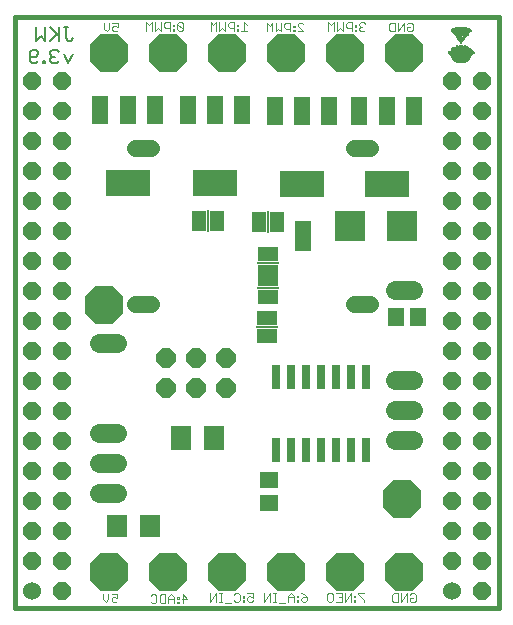
<source format=gbs>
G75*
%MOIN*%
%OFA0B0*%
%FSLAX24Y24*%
%IPPOS*%
%LPD*%
%AMOC8*
5,1,8,0,0,1.08239X$1,22.5*
%
%ADD10C,0.0160*%
%ADD11C,0.0030*%
%ADD12C,0.0060*%
%ADD13OC8,0.0640*%
%ADD14R,0.0520X0.0920*%
%ADD15R,0.1457X0.0906*%
%ADD16OC8,0.1290*%
%ADD17R,0.0670X0.0827*%
%ADD18R,0.0552X0.0631*%
%ADD19C,0.0600*%
%ADD20OC8,0.0600*%
%ADD21R,0.0540X0.1040*%
%ADD22R,0.0670X0.0749*%
%ADD23R,0.0300X0.0840*%
%ADD24R,0.0631X0.0552*%
%ADD25R,0.0500X0.0670*%
%ADD26R,0.0060X0.0720*%
%ADD27R,0.0670X0.0500*%
%ADD28R,0.0720X0.0060*%
%ADD29R,0.0312X0.0004*%
%ADD30R,0.0344X0.0004*%
%ADD31R,0.0368X0.0004*%
%ADD32R,0.0392X0.0004*%
%ADD33R,0.0408X0.0004*%
%ADD34R,0.0424X0.0004*%
%ADD35R,0.0432X0.0004*%
%ADD36R,0.0448X0.0004*%
%ADD37R,0.0456X0.0004*%
%ADD38R,0.0472X0.0004*%
%ADD39R,0.0480X0.0004*%
%ADD40R,0.0488X0.0004*%
%ADD41R,0.0496X0.0004*%
%ADD42R,0.0504X0.0004*%
%ADD43R,0.0512X0.0004*%
%ADD44R,0.0520X0.0004*%
%ADD45R,0.0528X0.0004*%
%ADD46R,0.0536X0.0004*%
%ADD47R,0.0536X0.0004*%
%ADD48R,0.0544X0.0004*%
%ADD49R,0.0552X0.0004*%
%ADD50R,0.0560X0.0004*%
%ADD51R,0.0560X0.0004*%
%ADD52R,0.0568X0.0004*%
%ADD53R,0.0576X0.0004*%
%ADD54R,0.0584X0.0004*%
%ADD55R,0.0592X0.0004*%
%ADD56R,0.0592X0.0004*%
%ADD57R,0.0600X0.0004*%
%ADD58R,0.0608X0.0004*%
%ADD59R,0.0608X0.0004*%
%ADD60R,0.0616X0.0004*%
%ADD61R,0.0624X0.0004*%
%ADD62R,0.0632X0.0004*%
%ADD63R,0.0632X0.0004*%
%ADD64R,0.0640X0.0004*%
%ADD65R,0.0648X0.0004*%
%ADD66R,0.0648X0.0004*%
%ADD67R,0.0656X0.0004*%
%ADD68R,0.0664X0.0004*%
%ADD69R,0.0664X0.0004*%
%ADD70R,0.0672X0.0004*%
%ADD71R,0.0680X0.0004*%
%ADD72R,0.0680X0.0004*%
%ADD73R,0.0688X0.0004*%
%ADD74R,0.0696X0.0004*%
%ADD75R,0.0700X0.0004*%
%ADD76R,0.0708X0.0004*%
%ADD77R,0.0716X0.0004*%
%ADD78R,0.0720X0.0004*%
%ADD79R,0.0720X0.0004*%
%ADD80R,0.0724X0.0004*%
%ADD81R,0.0808X0.0004*%
%ADD82R,0.0824X0.0004*%
%ADD83R,0.0832X0.0004*%
%ADD84R,0.0840X0.0004*%
%ADD85R,0.0848X0.0004*%
%ADD86R,0.0856X0.0004*%
%ADD87R,0.0860X0.0004*%
%ADD88R,0.0864X0.0004*%
%ADD89R,0.0864X0.0004*%
%ADD90R,0.0868X0.0004*%
%ADD91R,0.0872X0.0004*%
%ADD92R,0.0872X0.0004*%
%ADD93R,0.0860X0.0004*%
%ADD94R,0.0832X0.0004*%
%ADD95R,0.0824X0.0004*%
%ADD96R,0.0708X0.0004*%
%ADD97R,0.0712X0.0004*%
%ADD98R,0.0712X0.0004*%
%ADD99R,0.0700X0.0004*%
%ADD100R,0.0696X0.0004*%
%ADD101R,0.0692X0.0004*%
%ADD102R,0.0668X0.0004*%
%ADD103R,0.0660X0.0004*%
%ADD104R,0.0452X0.0004*%
%ADD105R,0.0188X0.0004*%
%ADD106R,0.0448X0.0004*%
%ADD107R,0.0440X0.0004*%
%ADD108R,0.0184X0.0004*%
%ADD109R,0.0432X0.0004*%
%ADD110R,0.0184X0.0004*%
%ADD111R,0.0424X0.0004*%
%ADD112R,0.0412X0.0004*%
%ADD113R,0.0128X0.0004*%
%ADD114R,0.0044X0.0004*%
%ADD115R,0.0400X0.0004*%
%ADD116R,0.0008X0.0004*%
%ADD117R,0.0388X0.0004*%
%ADD118R,0.0132X0.0004*%
%ADD119R,0.0360X0.0004*%
%ADD120R,0.0136X0.0004*%
%ADD121R,0.0340X0.0004*%
%ADD122R,0.0140X0.0004*%
%ADD123R,0.0328X0.0004*%
%ADD124R,0.0144X0.0004*%
%ADD125R,0.0324X0.0004*%
%ADD126R,0.0148X0.0004*%
%ADD127R,0.0320X0.0004*%
%ADD128R,0.0156X0.0004*%
%ADD129R,0.0316X0.0004*%
%ADD130R,0.0176X0.0004*%
%ADD131R,0.0080X0.0004*%
%ADD132R,0.0052X0.0004*%
%ADD133R,0.0380X0.0004*%
%ADD134R,0.0372X0.0004*%
%ADD135R,0.0356X0.0004*%
%ADD136R,0.0004X0.0004*%
%ADD137R,0.0308X0.0004*%
%ADD138R,0.0060X0.0004*%
%ADD139R,0.0240X0.0004*%
%ADD140R,0.0232X0.0004*%
%ADD141R,0.0044X0.0004*%
%ADD142R,0.0164X0.0004*%
%ADD143R,0.0056X0.0004*%
%ADD144R,0.0036X0.0004*%
%ADD145R,0.0156X0.0004*%
%ADD146R,0.0048X0.0004*%
%ADD147R,0.0024X0.0004*%
%ADD148R,0.0036X0.0004*%
%ADD149R,0.0016X0.0004*%
%ADD150R,0.0028X0.0004*%
%ADD151R,0.0012X0.0004*%
%ADD152R,0.0124X0.0004*%
%ADD153R,0.0108X0.0004*%
%ADD154R,0.0008X0.0004*%
%ADD155R,0.0092X0.0004*%
%ADD156R,0.0068X0.0004*%
%ADD157R,0.0008X0.0004*%
%ADD158R,0.0016X0.0004*%
%ADD159R,0.0024X0.0004*%
%ADD160R,0.0032X0.0004*%
%ADD161R,0.0032X0.0004*%
%ADD162R,0.0040X0.0004*%
%ADD163R,0.0056X0.0004*%
%ADD164R,0.0064X0.0004*%
%ADD165R,0.0072X0.0004*%
%ADD166R,0.0088X0.0004*%
%ADD167R,0.0096X0.0004*%
%ADD168R,0.0104X0.0004*%
%ADD169R,0.0112X0.0004*%
%ADD170R,0.0120X0.0004*%
%ADD171R,0.0124X0.0004*%
%ADD172R,0.0128X0.0004*%
%ADD173R,0.0144X0.0004*%
%ADD174R,0.0152X0.0004*%
%ADD175R,0.0152X0.0004*%
%ADD176R,0.0160X0.0004*%
%ADD177R,0.0168X0.0004*%
%ADD178R,0.0176X0.0004*%
%ADD179R,0.0184X0.0004*%
%ADD180R,0.0192X0.0004*%
%ADD181R,0.0200X0.0004*%
%ADD182R,0.0208X0.0004*%
%ADD183R,0.0216X0.0004*%
%ADD184R,0.0216X0.0004*%
%ADD185R,0.0224X0.0004*%
%ADD186R,0.0232X0.0004*%
%ADD187R,0.0240X0.0004*%
%ADD188R,0.0248X0.0004*%
%ADD189R,0.0256X0.0004*%
%ADD190R,0.0264X0.0004*%
%ADD191R,0.0272X0.0004*%
%ADD192R,0.0280X0.0004*%
%ADD193R,0.0288X0.0004*%
%ADD194R,0.0296X0.0004*%
%ADD195R,0.0304X0.0004*%
%ADD196R,0.0320X0.0004*%
%ADD197R,0.0328X0.0004*%
%ADD198R,0.0336X0.0004*%
%ADD199R,0.0336X0.0004*%
%ADD200R,0.0200X0.0004*%
%ADD201R,0.0128X0.0004*%
%ADD202R,0.0204X0.0004*%
%ADD203R,0.0216X0.0004*%
%ADD204R,0.0228X0.0004*%
%ADD205R,0.0416X0.0004*%
%ADD206R,0.0424X0.0004*%
%ADD207R,0.0428X0.0004*%
%ADD208R,0.0304X0.0004*%
%ADD209R,0.0180X0.0004*%
%ADD210R,0.0112X0.0004*%
%ADD211R,0.0176X0.0004*%
%ADD212R,0.0112X0.0004*%
%ADD213R,0.0132X0.0004*%
%ADD214R,0.0116X0.0004*%
%ADD215R,0.0332X0.0004*%
%ADD216R,0.0336X0.0004*%
%ADD217R,0.0480X0.0004*%
%ADD218R,0.0496X0.0004*%
%ADD219R,0.0512X0.0004*%
%ADD220R,0.0544X0.0004*%
%ADD221R,0.0208X0.0004*%
%ADD222R,0.0356X0.0004*%
%ADD223R,0.0208X0.0004*%
%ADD224R,0.0364X0.0004*%
%ADD225R,0.0212X0.0004*%
%ADD226R,0.0368X0.0004*%
%ADD227R,0.0220X0.0004*%
%ADD228R,0.0600X0.0004*%
%ADD229R,0.0356X0.0004*%
%ADD230R,0.0228X0.0004*%
%ADD231R,0.0236X0.0004*%
%ADD232R,0.0360X0.0004*%
%ADD233R,0.0368X0.0004*%
%ADD234R,0.0244X0.0004*%
%ADD235R,0.0252X0.0004*%
%ADD236R,0.0376X0.0004*%
%ADD237R,0.0672X0.0004*%
%ADD238R,0.0624X0.0004*%
%ADD239R,0.0596X0.0004*%
%ADD240R,0.0552X0.0004*%
%ADD241R,0.0456X0.0004*%
%ADD242R,0.0384X0.0004*%
%ADD243R,0.0352X0.0004*%
%ADD244R,0.0188X0.0004*%
%ADD245R,0.0108X0.0004*%
%ADD246C,0.0555*%
%ADD247R,0.0985X0.0985*%
%ADD248C,0.0640*%
D10*
X001046Y000180D02*
X017188Y000180D01*
X017188Y019865D01*
X001046Y019865D01*
X001046Y000180D01*
D11*
X003981Y000456D02*
X003981Y000649D01*
X003981Y000456D02*
X004077Y000359D01*
X004174Y000456D01*
X004174Y000649D01*
X004275Y000649D02*
X004469Y000649D01*
X004469Y000504D01*
X004372Y000553D01*
X004324Y000553D01*
X004275Y000504D01*
X004275Y000408D01*
X004324Y000359D01*
X004420Y000359D01*
X004469Y000408D01*
X005581Y000380D02*
X005629Y000332D01*
X005726Y000332D01*
X005774Y000380D01*
X005774Y000574D01*
X005726Y000622D01*
X005629Y000622D01*
X005581Y000574D01*
X005875Y000574D02*
X005875Y000380D01*
X005924Y000332D01*
X006069Y000332D01*
X006069Y000622D01*
X005924Y000622D01*
X005875Y000574D01*
X006170Y000525D02*
X006170Y000332D01*
X006170Y000477D02*
X006364Y000477D01*
X006364Y000525D02*
X006267Y000622D01*
X006170Y000525D01*
X006364Y000525D02*
X006364Y000332D01*
X006463Y000332D02*
X006511Y000332D01*
X006511Y000380D01*
X006463Y000380D01*
X006463Y000332D01*
X006463Y000477D02*
X006511Y000477D01*
X006511Y000525D01*
X006463Y000525D01*
X006463Y000477D01*
X006612Y000477D02*
X006806Y000477D01*
X006660Y000622D01*
X006660Y000332D01*
X007573Y000375D02*
X007573Y000665D01*
X007766Y000665D02*
X007573Y000375D01*
X007766Y000375D02*
X007766Y000665D01*
X007866Y000665D02*
X007963Y000665D01*
X007914Y000665D02*
X007914Y000375D01*
X007866Y000375D02*
X007963Y000375D01*
X008064Y000327D02*
X008257Y000327D01*
X008359Y000423D02*
X008407Y000375D01*
X008504Y000375D01*
X008552Y000423D01*
X008552Y000617D01*
X008504Y000665D01*
X008407Y000665D01*
X008359Y000617D01*
X008651Y000568D02*
X008651Y000520D01*
X008699Y000520D01*
X008699Y000568D01*
X008651Y000568D01*
X008651Y000423D02*
X008651Y000375D01*
X008699Y000375D01*
X008699Y000423D01*
X008651Y000423D01*
X008801Y000423D02*
X008849Y000375D01*
X008946Y000375D01*
X008994Y000423D01*
X008994Y000520D02*
X008897Y000568D01*
X008849Y000568D01*
X008801Y000520D01*
X008801Y000423D01*
X008994Y000520D02*
X008994Y000665D01*
X008801Y000665D01*
X009367Y000676D02*
X009367Y000386D01*
X009560Y000676D01*
X009560Y000386D01*
X009660Y000386D02*
X009757Y000386D01*
X009709Y000386D02*
X009709Y000676D01*
X009757Y000676D02*
X009660Y000676D01*
X009858Y000338D02*
X010052Y000338D01*
X010153Y000386D02*
X010153Y000580D01*
X010249Y000676D01*
X010346Y000580D01*
X010346Y000386D01*
X010445Y000386D02*
X010445Y000434D01*
X010494Y000434D01*
X010494Y000386D01*
X010445Y000386D01*
X010445Y000531D02*
X010494Y000531D01*
X010494Y000580D01*
X010445Y000580D01*
X010445Y000531D01*
X010346Y000531D02*
X010153Y000531D01*
X010595Y000483D02*
X010643Y000531D01*
X010788Y000531D01*
X010788Y000434D01*
X010740Y000386D01*
X010643Y000386D01*
X010595Y000434D01*
X010595Y000483D01*
X010691Y000628D02*
X010788Y000531D01*
X010691Y000628D02*
X010595Y000676D01*
X011463Y000621D02*
X011463Y000427D01*
X011511Y000379D01*
X011608Y000379D01*
X011656Y000427D01*
X011656Y000621D01*
X011608Y000669D01*
X011511Y000669D01*
X011463Y000621D01*
X011757Y000669D02*
X011951Y000669D01*
X011951Y000379D01*
X011757Y000379D01*
X011854Y000524D02*
X011951Y000524D01*
X012052Y000379D02*
X012052Y000669D01*
X012245Y000669D02*
X012052Y000379D01*
X012245Y000379D02*
X012245Y000669D01*
X012344Y000572D02*
X012344Y000524D01*
X012393Y000524D01*
X012393Y000572D01*
X012344Y000572D01*
X012344Y000427D02*
X012344Y000379D01*
X012393Y000379D01*
X012393Y000427D01*
X012344Y000427D01*
X012494Y000621D02*
X012687Y000427D01*
X012687Y000379D01*
X012687Y000669D02*
X012494Y000669D01*
X012494Y000621D01*
X013636Y000613D02*
X013636Y000419D01*
X013684Y000371D01*
X013829Y000371D01*
X013829Y000661D01*
X013684Y000661D01*
X013636Y000613D01*
X013931Y000661D02*
X013931Y000371D01*
X014124Y000661D01*
X014124Y000371D01*
X014225Y000419D02*
X014225Y000516D01*
X014322Y000516D01*
X014419Y000419D02*
X014370Y000371D01*
X014274Y000371D01*
X014225Y000419D01*
X014419Y000419D02*
X014419Y000613D01*
X014370Y000661D01*
X014274Y000661D01*
X014225Y000613D01*
X014264Y019387D02*
X014167Y019387D01*
X014119Y019435D01*
X014119Y019532D01*
X014216Y019532D01*
X014312Y019629D02*
X014312Y019435D01*
X014264Y019387D01*
X014312Y019629D02*
X014264Y019677D01*
X014167Y019677D01*
X014119Y019629D01*
X014018Y019677D02*
X014018Y019387D01*
X013824Y019387D02*
X013824Y019677D01*
X013723Y019677D02*
X013578Y019677D01*
X013530Y019629D01*
X013530Y019435D01*
X013578Y019387D01*
X013723Y019387D01*
X013723Y019677D01*
X014018Y019677D02*
X013824Y019387D01*
X012731Y019447D02*
X012682Y019399D01*
X012586Y019399D01*
X012537Y019447D01*
X012537Y019495D01*
X012586Y019544D01*
X012634Y019544D01*
X012586Y019544D02*
X012537Y019592D01*
X012537Y019640D01*
X012586Y019689D01*
X012682Y019689D01*
X012731Y019640D01*
X012436Y019592D02*
X012436Y019544D01*
X012388Y019544D01*
X012388Y019592D01*
X012436Y019592D01*
X012436Y019447D02*
X012388Y019447D01*
X012388Y019399D01*
X012436Y019399D01*
X012436Y019447D01*
X012289Y019495D02*
X012144Y019495D01*
X012095Y019544D01*
X012095Y019640D01*
X012144Y019689D01*
X012289Y019689D01*
X012289Y019399D01*
X011994Y019399D02*
X011994Y019689D01*
X011801Y019689D02*
X011801Y019399D01*
X011897Y019495D01*
X011994Y019399D01*
X011699Y019399D02*
X011699Y019689D01*
X011603Y019592D01*
X011506Y019689D01*
X011506Y019399D01*
X010672Y019387D02*
X010478Y019580D01*
X010478Y019629D01*
X010527Y019677D01*
X010623Y019677D01*
X010672Y019629D01*
X010672Y019387D02*
X010478Y019387D01*
X010377Y019387D02*
X010377Y019435D01*
X010329Y019435D01*
X010329Y019387D01*
X010377Y019387D01*
X010377Y019532D02*
X010377Y019580D01*
X010329Y019580D01*
X010329Y019532D01*
X010377Y019532D01*
X010230Y019484D02*
X010085Y019484D01*
X010036Y019532D01*
X010036Y019629D01*
X010085Y019677D01*
X010230Y019677D01*
X010230Y019387D01*
X009935Y019387D02*
X009935Y019677D01*
X009742Y019677D02*
X009742Y019387D01*
X009838Y019484D01*
X009935Y019387D01*
X009640Y019387D02*
X009640Y019677D01*
X009544Y019580D01*
X009447Y019677D01*
X009447Y019387D01*
X008802Y019410D02*
X008608Y019410D01*
X008705Y019410D02*
X008705Y019701D01*
X008802Y019604D01*
X008507Y019604D02*
X008507Y019556D01*
X008459Y019556D01*
X008459Y019604D01*
X008507Y019604D01*
X008507Y019459D02*
X008507Y019410D01*
X008459Y019410D01*
X008459Y019459D01*
X008507Y019459D01*
X008360Y019507D02*
X008215Y019507D01*
X008166Y019556D01*
X008166Y019652D01*
X008215Y019701D01*
X008360Y019701D01*
X008360Y019410D01*
X008065Y019410D02*
X007968Y019507D01*
X007871Y019410D01*
X007871Y019701D01*
X007770Y019701D02*
X007674Y019604D01*
X007577Y019701D01*
X007577Y019410D01*
X007770Y019410D02*
X007770Y019701D01*
X008065Y019701D02*
X008065Y019410D01*
X006660Y019459D02*
X006612Y019410D01*
X006515Y019410D01*
X006466Y019459D01*
X006466Y019652D01*
X006660Y019459D01*
X006660Y019652D01*
X006612Y019701D01*
X006515Y019701D01*
X006466Y019652D01*
X006365Y019604D02*
X006365Y019556D01*
X006317Y019556D01*
X006317Y019604D01*
X006365Y019604D01*
X006365Y019459D02*
X006365Y019410D01*
X006317Y019410D01*
X006317Y019459D01*
X006365Y019459D01*
X006218Y019507D02*
X006073Y019507D01*
X006024Y019556D01*
X006024Y019652D01*
X006073Y019701D01*
X006218Y019701D01*
X006218Y019410D01*
X005923Y019410D02*
X005923Y019701D01*
X005730Y019701D02*
X005730Y019410D01*
X005827Y019507D01*
X005923Y019410D01*
X005629Y019410D02*
X005629Y019701D01*
X005532Y019604D01*
X005435Y019701D01*
X005435Y019410D01*
X004502Y019435D02*
X004454Y019387D01*
X004357Y019387D01*
X004308Y019435D01*
X004308Y019532D01*
X004357Y019580D01*
X004405Y019580D01*
X004502Y019532D01*
X004502Y019677D01*
X004308Y019677D01*
X004207Y019677D02*
X004207Y019484D01*
X004111Y019387D01*
X004014Y019484D01*
X004014Y019677D01*
D12*
X002986Y019154D02*
X002913Y019080D01*
X002839Y019080D01*
X002766Y019154D01*
X002766Y019521D01*
X002839Y019521D02*
X002693Y019521D01*
X002526Y019521D02*
X002526Y019080D01*
X002526Y019227D02*
X002232Y019521D01*
X002065Y019521D02*
X002065Y019080D01*
X001919Y019227D01*
X001772Y019080D01*
X001772Y019521D01*
X002232Y019080D02*
X002452Y019301D01*
X002452Y018771D02*
X002306Y018771D01*
X002232Y018697D01*
X002232Y018624D01*
X002306Y018551D01*
X002232Y018477D01*
X002232Y018404D01*
X002306Y018330D01*
X002452Y018330D01*
X002526Y018404D01*
X002379Y018551D02*
X002306Y018551D01*
X002526Y018697D02*
X002452Y018771D01*
X002693Y018624D02*
X002839Y018330D01*
X002986Y018624D01*
X002065Y018404D02*
X001992Y018404D01*
X001992Y018330D01*
X002065Y018330D01*
X002065Y018404D01*
X001835Y018404D02*
X001762Y018330D01*
X001615Y018330D01*
X001542Y018404D01*
X001542Y018697D01*
X001615Y018771D01*
X001762Y018771D01*
X001835Y018697D01*
X001835Y018624D01*
X001762Y018551D01*
X001542Y018551D01*
D13*
X006085Y008507D03*
X007085Y008507D03*
X007085Y007507D03*
X006085Y007507D03*
X008085Y007507D03*
X008085Y008507D03*
D14*
X007727Y016762D03*
X008637Y016762D03*
X009719Y016747D03*
X010628Y016747D03*
X011538Y016747D03*
X012534Y016747D03*
X013443Y016747D03*
X014353Y016747D03*
X006817Y016762D03*
X005719Y016778D03*
X004810Y016778D03*
X003900Y016778D03*
D15*
X004810Y014338D03*
X007727Y014322D03*
X010628Y014306D03*
X013443Y014306D03*
D16*
X014038Y018684D03*
X012069Y018684D03*
X010101Y018684D03*
X008132Y018684D03*
X006164Y018684D03*
X004195Y018684D03*
X004029Y010271D03*
X004195Y001361D03*
X006164Y001361D03*
X008132Y001361D03*
X010101Y001361D03*
X012069Y001361D03*
X014038Y001361D03*
X013943Y003796D03*
D17*
X007679Y005840D03*
X006576Y005840D03*
D18*
X013752Y009865D03*
X014500Y009865D03*
D19*
X015617Y000735D03*
X001617Y000735D03*
D20*
X001617Y001735D03*
X001617Y002735D03*
X001617Y003735D03*
X001617Y004735D03*
X001617Y005735D03*
X001617Y006735D03*
X001617Y007735D03*
X001617Y008735D03*
X001617Y009735D03*
X001617Y010735D03*
X001617Y011735D03*
X001617Y012735D03*
X001617Y013735D03*
X001617Y014735D03*
X001617Y015735D03*
X001617Y016735D03*
X001617Y017735D03*
X002617Y017735D03*
X002617Y016735D03*
X002617Y015735D03*
X002617Y014735D03*
X002617Y013735D03*
X002617Y012735D03*
X002617Y011735D03*
X002617Y010735D03*
X002617Y009735D03*
X002617Y008735D03*
X002617Y007735D03*
X002617Y006735D03*
X002617Y005735D03*
X002617Y004735D03*
X002617Y003735D03*
X002617Y002735D03*
X002617Y001735D03*
X002617Y000735D03*
X015617Y001735D03*
X016617Y001735D03*
X016617Y000735D03*
X016617Y002735D03*
X016617Y003735D03*
X016617Y004735D03*
X016617Y005735D03*
X016617Y006735D03*
X016617Y007735D03*
X016617Y008735D03*
X016617Y009735D03*
X016617Y010735D03*
X016617Y011735D03*
X016617Y012735D03*
X016617Y013735D03*
X016617Y014735D03*
X016617Y015735D03*
X016617Y016735D03*
X016617Y017735D03*
X015617Y017735D03*
X015617Y016735D03*
X015617Y015735D03*
X015617Y014735D03*
X015617Y013735D03*
X015617Y012735D03*
X015617Y011735D03*
X015617Y010735D03*
X015617Y009735D03*
X015617Y008735D03*
X015617Y007735D03*
X015617Y006735D03*
X015617Y005735D03*
X015617Y004735D03*
X015617Y003735D03*
X015617Y002735D03*
D21*
X010662Y012583D03*
D22*
X005556Y002920D03*
X004454Y002920D03*
D23*
X009750Y005443D03*
X010250Y005443D03*
X010750Y005443D03*
X011250Y005443D03*
X011750Y005443D03*
X012250Y005443D03*
X012750Y005443D03*
X012750Y007863D03*
X012250Y007863D03*
X011750Y007863D03*
X011250Y007863D03*
X010750Y007863D03*
X010250Y007863D03*
X009750Y007863D03*
D24*
X009517Y004433D03*
X009517Y003685D03*
D25*
X009798Y013037D03*
X009198Y013037D03*
X007787Y013068D03*
X007187Y013068D03*
D26*
X007487Y013068D03*
X009498Y013037D03*
D27*
X009484Y011955D03*
X009484Y011355D03*
X009484Y011128D03*
X009484Y010528D03*
X009471Y009845D03*
X009471Y009245D03*
D28*
X009471Y009545D03*
X009484Y010828D03*
X009484Y011655D03*
D29*
X015941Y018352D03*
X015937Y018864D03*
X015941Y019164D03*
X015941Y019168D03*
D30*
X015941Y018356D03*
D31*
X015941Y018360D03*
D32*
X015941Y018364D03*
X015965Y018848D03*
D33*
X015941Y019228D03*
X015941Y019232D03*
X015941Y019488D03*
X015941Y018368D03*
D34*
X015941Y018372D03*
D35*
X015941Y018376D03*
X015941Y019248D03*
X015941Y019484D03*
D36*
X015941Y018380D03*
D37*
X015941Y018384D03*
D38*
X015941Y018388D03*
D39*
X015941Y018392D03*
X015941Y019476D03*
D40*
X015941Y019284D03*
X015941Y018396D03*
D41*
X015941Y018400D03*
D42*
X015941Y018404D03*
X015941Y019296D03*
D43*
X015941Y019468D03*
X015941Y018408D03*
D44*
X015941Y018412D03*
X015941Y019304D03*
X015941Y019308D03*
D45*
X015941Y019312D03*
X015941Y018416D03*
D46*
X015941Y018420D03*
D47*
X015941Y018424D03*
X015941Y019316D03*
X015941Y019464D03*
D48*
X015941Y019324D03*
X015941Y018428D03*
D49*
X015941Y018432D03*
X015941Y019328D03*
D50*
X015941Y019332D03*
X015941Y018436D03*
D51*
X015941Y018440D03*
D52*
X015941Y018444D03*
X015941Y019336D03*
X015941Y019456D03*
D53*
X015941Y018452D03*
X015941Y018448D03*
D54*
X015941Y018456D03*
X015941Y019452D03*
D55*
X015941Y018460D03*
D56*
X015941Y018464D03*
D57*
X015941Y018468D03*
X015941Y018472D03*
D58*
X015941Y018476D03*
X015941Y019444D03*
D59*
X015941Y018480D03*
D60*
X015941Y018484D03*
X015941Y018488D03*
D61*
X015941Y018492D03*
X015941Y018496D03*
D62*
X015941Y018500D03*
D63*
X015941Y018504D03*
X015941Y019436D03*
D64*
X015941Y018512D03*
X015941Y018508D03*
D65*
X015941Y018516D03*
X015941Y018524D03*
X015941Y019432D03*
D66*
X015941Y018520D03*
D67*
X015941Y018528D03*
X015941Y018532D03*
X015941Y019396D03*
X015941Y019428D03*
D68*
X015941Y019424D03*
X015941Y019404D03*
X015941Y018536D03*
D69*
X015941Y018540D03*
X015941Y019400D03*
D70*
X015941Y019408D03*
X015937Y018776D03*
X015941Y018552D03*
X015941Y018548D03*
X015941Y018544D03*
D71*
X015941Y018556D03*
X015941Y018772D03*
X015941Y019412D03*
X015941Y019416D03*
D72*
X015941Y018560D03*
D73*
X015941Y018564D03*
X015941Y018568D03*
X015941Y018768D03*
D74*
X015941Y018576D03*
X015941Y018572D03*
D75*
X015939Y018580D03*
D76*
X015939Y018584D03*
X015939Y018588D03*
D77*
X015939Y018592D03*
X015939Y018596D03*
D78*
X015941Y018600D03*
D79*
X015941Y018604D03*
D80*
X015943Y018608D03*
D81*
X015941Y018612D03*
X015941Y018704D03*
D82*
X015941Y018616D03*
D83*
X015941Y018620D03*
D84*
X015941Y018624D03*
X015941Y018692D03*
D85*
X015941Y018688D03*
X015941Y018628D03*
D86*
X015941Y018632D03*
X015941Y018684D03*
D87*
X015943Y018636D03*
D88*
X015941Y018640D03*
D89*
X015941Y018644D03*
X015941Y018672D03*
X015941Y018676D03*
D90*
X015943Y018668D03*
X015943Y018652D03*
X015943Y018648D03*
D91*
X015941Y018656D03*
X015941Y018664D03*
D92*
X015941Y018660D03*
D93*
X015943Y018680D03*
D94*
X015941Y018696D03*
D95*
X015941Y018700D03*
D96*
X015951Y018736D03*
X015947Y018748D03*
D97*
X015949Y018740D03*
D98*
X015949Y018744D03*
D99*
X015947Y018752D03*
X015947Y018756D03*
D100*
X015945Y018760D03*
D101*
X015943Y018764D03*
D102*
X015935Y018780D03*
D103*
X015935Y018784D03*
X015935Y018788D03*
D104*
X015835Y018792D03*
D105*
X016167Y018808D03*
X016171Y018796D03*
X016171Y018792D03*
D106*
X015833Y018796D03*
D107*
X015833Y018800D03*
D108*
X016169Y018800D03*
D109*
X015833Y018804D03*
D110*
X016169Y018804D03*
D111*
X015829Y018808D03*
D112*
X015827Y018812D03*
D113*
X016129Y018816D03*
X016133Y018812D03*
X016049Y019188D03*
X016053Y019192D03*
D114*
X016239Y018812D03*
D115*
X015825Y018816D03*
X015941Y019224D03*
D116*
X015941Y018964D03*
X016257Y018816D03*
D117*
X015823Y018820D03*
D118*
X016123Y018820D03*
X015779Y019260D03*
D119*
X015829Y019348D03*
X015813Y018824D03*
D120*
X015941Y018892D03*
X015941Y019048D03*
X016061Y019208D03*
X016121Y018824D03*
D121*
X015807Y018828D03*
D122*
X016115Y018828D03*
X016063Y019212D03*
D123*
X015873Y019268D03*
X015809Y018832D03*
D124*
X016109Y018832D03*
D125*
X015811Y018836D03*
D126*
X015939Y018888D03*
X016103Y018836D03*
D127*
X015817Y018840D03*
X015941Y019500D03*
D128*
X016059Y019220D03*
X016095Y018840D03*
D129*
X015823Y018844D03*
D130*
X016077Y018844D03*
D131*
X015941Y019008D03*
X015941Y019012D03*
X015713Y018848D03*
D132*
X015715Y018852D03*
X015815Y018876D03*
D133*
X015963Y018852D03*
D134*
X015959Y018856D03*
D135*
X015955Y018860D03*
X015835Y019340D03*
D136*
X016107Y018864D03*
D137*
X015935Y018868D03*
D138*
X015815Y018872D03*
D139*
X015969Y018872D03*
X015941Y019116D03*
X015741Y019384D03*
X015941Y019508D03*
D140*
X015753Y019364D03*
X015749Y019368D03*
X015969Y018876D03*
D141*
X015811Y018880D03*
D142*
X015939Y018880D03*
D143*
X016053Y018880D03*
D144*
X015811Y018884D03*
D145*
X015939Y018884D03*
D146*
X015941Y018988D03*
X016057Y018884D03*
D147*
X015809Y018888D03*
D148*
X015939Y018912D03*
X016059Y018888D03*
D149*
X016065Y018896D03*
X015809Y018892D03*
D150*
X016063Y018892D03*
D151*
X015807Y018896D03*
D152*
X015939Y018896D03*
X015783Y019252D03*
X016115Y019276D03*
D153*
X015939Y018900D03*
D154*
X016069Y018900D03*
D155*
X015939Y018904D03*
D156*
X015939Y018908D03*
D157*
X015941Y018960D03*
D158*
X015941Y018968D03*
D159*
X015941Y018972D03*
D160*
X015941Y018976D03*
D161*
X015941Y018980D03*
D162*
X015941Y018984D03*
D163*
X015941Y018992D03*
X015941Y018996D03*
D164*
X015941Y019000D03*
D165*
X015941Y019004D03*
D166*
X015941Y019016D03*
D167*
X015941Y019020D03*
D168*
X015941Y019024D03*
X015941Y019028D03*
D169*
X015941Y019032D03*
D170*
X015941Y019036D03*
X016117Y019272D03*
D171*
X015939Y019040D03*
D172*
X015941Y019044D03*
X016057Y019196D03*
X016061Y019204D03*
X015781Y019256D03*
D173*
X015941Y019052D03*
X016061Y019216D03*
D174*
X015941Y019056D03*
D175*
X015941Y019060D03*
D176*
X015941Y019064D03*
D177*
X015941Y019068D03*
X015941Y019072D03*
D178*
X015941Y019076D03*
D179*
X015941Y019080D03*
D180*
X015941Y019084D03*
X015941Y019088D03*
D181*
X015941Y019092D03*
X015869Y019188D03*
X015865Y019192D03*
X015861Y019196D03*
D182*
X015857Y019208D03*
X015941Y019096D03*
D183*
X015941Y019100D03*
D184*
X015941Y019104D03*
D185*
X015941Y019108D03*
D186*
X015941Y019112D03*
X015745Y019376D03*
D187*
X015941Y019120D03*
D188*
X015941Y019124D03*
D189*
X015941Y019128D03*
D190*
X015941Y019132D03*
X015941Y019136D03*
D191*
X015941Y019140D03*
D192*
X015941Y019144D03*
X015941Y019504D03*
D193*
X015941Y019152D03*
X015941Y019148D03*
D194*
X015941Y019156D03*
D195*
X015941Y019160D03*
D196*
X015941Y019172D03*
D197*
X015941Y019176D03*
D198*
X015941Y019180D03*
D199*
X015941Y019184D03*
D200*
X015861Y019200D03*
D201*
X016057Y019200D03*
D202*
X016127Y019344D03*
X015859Y019204D03*
D203*
X015857Y019212D03*
X015857Y019216D03*
D204*
X015859Y019220D03*
D205*
X015941Y019236D03*
D206*
X015941Y019240D03*
D207*
X015943Y019244D03*
D208*
X016009Y019252D03*
D209*
X015951Y019256D03*
X015947Y019264D03*
D210*
X016109Y019256D03*
X016113Y019264D03*
D211*
X015949Y019260D03*
D212*
X016113Y019260D03*
D213*
X015779Y019264D03*
D214*
X016115Y019268D03*
D215*
X015871Y019272D03*
D216*
X015873Y019276D03*
D217*
X015941Y019280D03*
D218*
X015941Y019288D03*
X015941Y019292D03*
X015941Y019472D03*
D219*
X015941Y019300D03*
D220*
X015941Y019320D03*
D221*
X016121Y019340D03*
D222*
X016071Y019368D03*
X016071Y019372D03*
X015831Y019344D03*
D223*
X016129Y019348D03*
D224*
X015827Y019352D03*
D225*
X016131Y019352D03*
D226*
X015829Y019356D03*
D227*
X016127Y019356D03*
D228*
X015941Y019360D03*
D229*
X016067Y019364D03*
X016075Y019376D03*
D230*
X015747Y019372D03*
D231*
X015743Y019380D03*
D232*
X016077Y019380D03*
D233*
X016077Y019384D03*
X016077Y019388D03*
D234*
X015743Y019388D03*
D235*
X015743Y019392D03*
D236*
X016077Y019392D03*
D237*
X015941Y019420D03*
D238*
X015941Y019440D03*
D239*
X015943Y019448D03*
D240*
X015941Y019460D03*
D241*
X015941Y019480D03*
D242*
X015941Y019492D03*
D243*
X015941Y019496D03*
D244*
X015939Y019512D03*
D245*
X015943Y019516D03*
D246*
X012883Y015520D02*
X012368Y015520D01*
X012368Y010320D02*
X012883Y010320D01*
X005583Y010320D02*
X005068Y010320D01*
X005068Y015520D02*
X005583Y015520D01*
D247*
X012215Y012890D03*
X013947Y012890D03*
D248*
X013711Y010755D02*
X014311Y010755D01*
X014311Y007755D02*
X013711Y007755D01*
X013711Y006755D02*
X014311Y006755D01*
X014311Y005755D02*
X013711Y005755D01*
X004456Y005990D02*
X003856Y005990D01*
X003856Y004990D02*
X004456Y004990D01*
X004456Y003990D02*
X003856Y003990D01*
X003856Y008990D02*
X004456Y008990D01*
M02*

</source>
